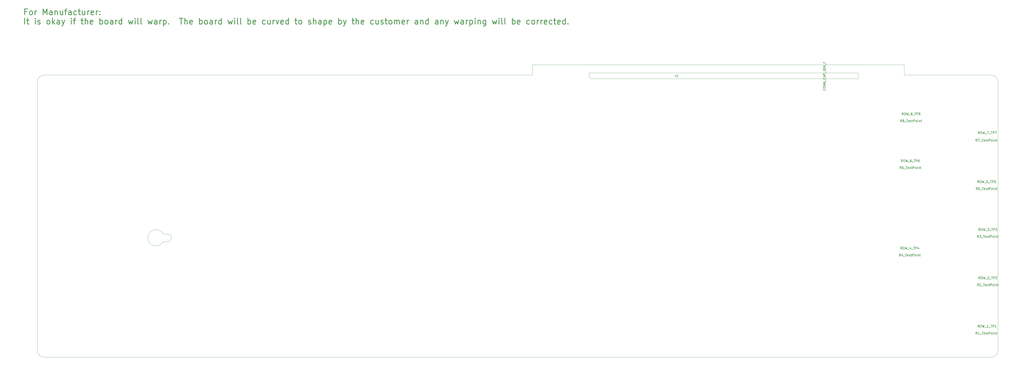
<source format=gbr>
%TF.GenerationSoftware,KiCad,Pcbnew,(5.99.0-12974-ge12f9a194d)*%
%TF.CreationDate,2021-10-29T16:05:09-04:00*%
%TF.ProjectId,FXTal_no_holes,46585461-6c5f-46e6-9f5f-686f6c65732e,rev?*%
%TF.SameCoordinates,PXe1237f8PYe7db780*%
%TF.FileFunction,AssemblyDrawing,Top*%
%FSLAX46Y46*%
G04 Gerber Fmt 4.6, Leading zero omitted, Abs format (unit mm)*
G04 Created by KiCad (PCBNEW (5.99.0-12974-ge12f9a194d)) date 2021-10-29 16:05:09*
%MOMM*%
%LPD*%
G01*
G04 APERTURE LIST*
%TA.AperFunction,Profile*%
%ADD10C,0.050000*%
%TD*%
%ADD11C,0.300000*%
%ADD12C,0.150000*%
%ADD13C,0.100000*%
G04 APERTURE END LIST*
D10*
X-191375000Y84870000D02*
X21625000Y84870000D01*
X-194375000Y-35130000D02*
X-194362680Y82141607D01*
X221575000Y-38130000D02*
X-191375000Y-38130000D01*
X224575000Y81870000D02*
X224575000Y-35130000D01*
X221575000Y84870000D02*
X183625000Y84870000D01*
X-135875000Y13920000D02*
G75*
G03*
X-137524996Y15570000I-1649999J1D01*
G01*
X-191375000Y84870000D02*
G75*
G03*
X-194362680Y82141607I1J-3000002D01*
G01*
X21625000Y89370000D02*
X183625000Y89370000D01*
X21625000Y84870000D02*
X21625000Y89370000D01*
X-137525000Y12270004D02*
X-139475001Y12270000D01*
X183625000Y89370000D02*
X183625000Y84870000D01*
X-137525000Y12270004D02*
G75*
G03*
X-135875000Y13920000I4J1649996D01*
G01*
X221575000Y-38130000D02*
G75*
G03*
X224575000Y-35130000I-1J3000001D01*
G01*
X-194375000Y-35130000D02*
G75*
G03*
X-191375000Y-38130000I3000001J1D01*
G01*
X224575000Y81870000D02*
G75*
G03*
X221575000Y84870000I-3000001J-1D01*
G01*
X-139475001Y15570000D02*
X-137524996Y15570000D01*
X-139475001Y15570000D02*
G75*
G03*
X-139475001Y12270000I-3149999J-1650000D01*
G01*
D11*
X-199028572Y112446129D02*
X-199875239Y112446129D01*
X-199875239Y111115653D02*
X-199875239Y113655653D01*
X-198665715Y113655653D01*
X-197335239Y111115653D02*
X-197577143Y111236605D01*
X-197698096Y111357558D01*
X-197819048Y111599462D01*
X-197819048Y112325177D01*
X-197698096Y112567081D01*
X-197577143Y112688034D01*
X-197335239Y112808986D01*
X-196972381Y112808986D01*
X-196730477Y112688034D01*
X-196609524Y112567081D01*
X-196488572Y112325177D01*
X-196488572Y111599462D01*
X-196609524Y111357558D01*
X-196730477Y111236605D01*
X-196972381Y111115653D01*
X-197335239Y111115653D01*
X-195400000Y111115653D02*
X-195400000Y112808986D01*
X-195400000Y112325177D02*
X-195279048Y112567081D01*
X-195158096Y112688034D01*
X-194916191Y112808986D01*
X-194674286Y112808986D01*
X-191892381Y111115653D02*
X-191892381Y113655653D01*
X-191045715Y111841367D01*
X-190199048Y113655653D01*
X-190199048Y111115653D01*
X-187900953Y111115653D02*
X-187900953Y112446129D01*
X-188021905Y112688034D01*
X-188263810Y112808986D01*
X-188747620Y112808986D01*
X-188989524Y112688034D01*
X-187900953Y111236605D02*
X-188142858Y111115653D01*
X-188747620Y111115653D01*
X-188989524Y111236605D01*
X-189110477Y111478510D01*
X-189110477Y111720415D01*
X-188989524Y111962320D01*
X-188747620Y112083272D01*
X-188142858Y112083272D01*
X-187900953Y112204224D01*
X-186691429Y112808986D02*
X-186691429Y111115653D01*
X-186691429Y112567081D02*
X-186570477Y112688034D01*
X-186328572Y112808986D01*
X-185965715Y112808986D01*
X-185723810Y112688034D01*
X-185602858Y112446129D01*
X-185602858Y111115653D01*
X-183304762Y112808986D02*
X-183304762Y111115653D01*
X-184393334Y112808986D02*
X-184393334Y111478510D01*
X-184272381Y111236605D01*
X-184030477Y111115653D01*
X-183667620Y111115653D01*
X-183425715Y111236605D01*
X-183304762Y111357558D01*
X-182458096Y112808986D02*
X-181490477Y112808986D01*
X-182095239Y111115653D02*
X-182095239Y113292796D01*
X-181974286Y113534700D01*
X-181732381Y113655653D01*
X-181490477Y113655653D01*
X-179555239Y111115653D02*
X-179555239Y112446129D01*
X-179676191Y112688034D01*
X-179918096Y112808986D01*
X-180401905Y112808986D01*
X-180643810Y112688034D01*
X-179555239Y111236605D02*
X-179797143Y111115653D01*
X-180401905Y111115653D01*
X-180643810Y111236605D01*
X-180764762Y111478510D01*
X-180764762Y111720415D01*
X-180643810Y111962320D01*
X-180401905Y112083272D01*
X-179797143Y112083272D01*
X-179555239Y112204224D01*
X-177257143Y111236605D02*
X-177499048Y111115653D01*
X-177982858Y111115653D01*
X-178224762Y111236605D01*
X-178345715Y111357558D01*
X-178466667Y111599462D01*
X-178466667Y112325177D01*
X-178345715Y112567081D01*
X-178224762Y112688034D01*
X-177982858Y112808986D01*
X-177499048Y112808986D01*
X-177257143Y112688034D01*
X-176531429Y112808986D02*
X-175563810Y112808986D01*
X-176168572Y113655653D02*
X-176168572Y111478510D01*
X-176047620Y111236605D01*
X-175805715Y111115653D01*
X-175563810Y111115653D01*
X-173628572Y112808986D02*
X-173628572Y111115653D01*
X-174717143Y112808986D02*
X-174717143Y111478510D01*
X-174596191Y111236605D01*
X-174354286Y111115653D01*
X-173991429Y111115653D01*
X-173749524Y111236605D01*
X-173628572Y111357558D01*
X-172419048Y111115653D02*
X-172419048Y112808986D01*
X-172419048Y112325177D02*
X-172298096Y112567081D01*
X-172177143Y112688034D01*
X-171935239Y112808986D01*
X-171693334Y112808986D01*
X-169879048Y111236605D02*
X-170120953Y111115653D01*
X-170604762Y111115653D01*
X-170846667Y111236605D01*
X-170967620Y111478510D01*
X-170967620Y112446129D01*
X-170846667Y112688034D01*
X-170604762Y112808986D01*
X-170120953Y112808986D01*
X-169879048Y112688034D01*
X-169758096Y112446129D01*
X-169758096Y112204224D01*
X-170967620Y111962320D01*
X-168669524Y111115653D02*
X-168669524Y112808986D01*
X-168669524Y112325177D02*
X-168548572Y112567081D01*
X-168427620Y112688034D01*
X-168185715Y112808986D01*
X-167943810Y112808986D01*
X-167097143Y111357558D02*
X-166976191Y111236605D01*
X-167097143Y111115653D01*
X-167218096Y111236605D01*
X-167097143Y111357558D01*
X-167097143Y111115653D01*
X-167097143Y112688034D02*
X-166976191Y112567081D01*
X-167097143Y112446129D01*
X-167218096Y112567081D01*
X-167097143Y112688034D01*
X-167097143Y112446129D01*
X-199875239Y107026253D02*
X-199875239Y109566253D01*
X-199028572Y108719586D02*
X-198060953Y108719586D01*
X-198665715Y109566253D02*
X-198665715Y107389110D01*
X-198544762Y107147205D01*
X-198302858Y107026253D01*
X-198060953Y107026253D01*
X-195279048Y107026253D02*
X-195279048Y108719586D01*
X-195279048Y109566253D02*
X-195400000Y109445300D01*
X-195279048Y109324348D01*
X-195158096Y109445300D01*
X-195279048Y109566253D01*
X-195279048Y109324348D01*
X-194190477Y107147205D02*
X-193948572Y107026253D01*
X-193464762Y107026253D01*
X-193222858Y107147205D01*
X-193101905Y107389110D01*
X-193101905Y107510062D01*
X-193222858Y107751967D01*
X-193464762Y107872920D01*
X-193827620Y107872920D01*
X-194069524Y107993872D01*
X-194190477Y108235777D01*
X-194190477Y108356729D01*
X-194069524Y108598634D01*
X-193827620Y108719586D01*
X-193464762Y108719586D01*
X-193222858Y108598634D01*
X-189715239Y107026253D02*
X-189957143Y107147205D01*
X-190078096Y107268158D01*
X-190199048Y107510062D01*
X-190199048Y108235777D01*
X-190078096Y108477681D01*
X-189957143Y108598634D01*
X-189715239Y108719586D01*
X-189352381Y108719586D01*
X-189110477Y108598634D01*
X-188989524Y108477681D01*
X-188868572Y108235777D01*
X-188868572Y107510062D01*
X-188989524Y107268158D01*
X-189110477Y107147205D01*
X-189352381Y107026253D01*
X-189715239Y107026253D01*
X-187780000Y107026253D02*
X-187780000Y109566253D01*
X-187538096Y107993872D02*
X-186812381Y107026253D01*
X-186812381Y108719586D02*
X-187780000Y107751967D01*
X-184635239Y107026253D02*
X-184635239Y108356729D01*
X-184756191Y108598634D01*
X-184998096Y108719586D01*
X-185481905Y108719586D01*
X-185723810Y108598634D01*
X-184635239Y107147205D02*
X-184877143Y107026253D01*
X-185481905Y107026253D01*
X-185723810Y107147205D01*
X-185844762Y107389110D01*
X-185844762Y107631015D01*
X-185723810Y107872920D01*
X-185481905Y107993872D01*
X-184877143Y107993872D01*
X-184635239Y108114824D01*
X-183667620Y108719586D02*
X-183062858Y107026253D01*
X-182458096Y108719586D02*
X-183062858Y107026253D01*
X-183304762Y106421491D01*
X-183425715Y106300539D01*
X-183667620Y106179586D01*
X-179555239Y107026253D02*
X-179555239Y108719586D01*
X-179555239Y109566253D02*
X-179676191Y109445300D01*
X-179555239Y109324348D01*
X-179434286Y109445300D01*
X-179555239Y109566253D01*
X-179555239Y109324348D01*
X-178708572Y108719586D02*
X-177740953Y108719586D01*
X-178345715Y107026253D02*
X-178345715Y109203396D01*
X-178224762Y109445300D01*
X-177982858Y109566253D01*
X-177740953Y109566253D01*
X-175321905Y108719586D02*
X-174354286Y108719586D01*
X-174959048Y109566253D02*
X-174959048Y107389110D01*
X-174838096Y107147205D01*
X-174596191Y107026253D01*
X-174354286Y107026253D01*
X-173507620Y107026253D02*
X-173507620Y109566253D01*
X-172419048Y107026253D02*
X-172419048Y108356729D01*
X-172540000Y108598634D01*
X-172781905Y108719586D01*
X-173144762Y108719586D01*
X-173386667Y108598634D01*
X-173507620Y108477681D01*
X-170241905Y107147205D02*
X-170483810Y107026253D01*
X-170967620Y107026253D01*
X-171209524Y107147205D01*
X-171330477Y107389110D01*
X-171330477Y108356729D01*
X-171209524Y108598634D01*
X-170967620Y108719586D01*
X-170483810Y108719586D01*
X-170241905Y108598634D01*
X-170120953Y108356729D01*
X-170120953Y108114824D01*
X-171330477Y107872920D01*
X-167097143Y107026253D02*
X-167097143Y109566253D01*
X-167097143Y108598634D02*
X-166855239Y108719586D01*
X-166371429Y108719586D01*
X-166129524Y108598634D01*
X-166008572Y108477681D01*
X-165887620Y108235777D01*
X-165887620Y107510062D01*
X-166008572Y107268158D01*
X-166129524Y107147205D01*
X-166371429Y107026253D01*
X-166855239Y107026253D01*
X-167097143Y107147205D01*
X-164436191Y107026253D02*
X-164678096Y107147205D01*
X-164799048Y107268158D01*
X-164920000Y107510062D01*
X-164920000Y108235777D01*
X-164799048Y108477681D01*
X-164678096Y108598634D01*
X-164436191Y108719586D01*
X-164073334Y108719586D01*
X-163831429Y108598634D01*
X-163710477Y108477681D01*
X-163589524Y108235777D01*
X-163589524Y107510062D01*
X-163710477Y107268158D01*
X-163831429Y107147205D01*
X-164073334Y107026253D01*
X-164436191Y107026253D01*
X-161412381Y107026253D02*
X-161412381Y108356729D01*
X-161533334Y108598634D01*
X-161775239Y108719586D01*
X-162259048Y108719586D01*
X-162500953Y108598634D01*
X-161412381Y107147205D02*
X-161654286Y107026253D01*
X-162259048Y107026253D01*
X-162500953Y107147205D01*
X-162621905Y107389110D01*
X-162621905Y107631015D01*
X-162500953Y107872920D01*
X-162259048Y107993872D01*
X-161654286Y107993872D01*
X-161412381Y108114824D01*
X-160202858Y107026253D02*
X-160202858Y108719586D01*
X-160202858Y108235777D02*
X-160081905Y108477681D01*
X-159960953Y108598634D01*
X-159719048Y108719586D01*
X-159477143Y108719586D01*
X-157541905Y107026253D02*
X-157541905Y109566253D01*
X-157541905Y107147205D02*
X-157783810Y107026253D01*
X-158267620Y107026253D01*
X-158509524Y107147205D01*
X-158630477Y107268158D01*
X-158751429Y107510062D01*
X-158751429Y108235777D01*
X-158630477Y108477681D01*
X-158509524Y108598634D01*
X-158267620Y108719586D01*
X-157783810Y108719586D01*
X-157541905Y108598634D01*
X-154639048Y108719586D02*
X-154155239Y107026253D01*
X-153671429Y108235777D01*
X-153187620Y107026253D01*
X-152703810Y108719586D01*
X-151736191Y107026253D02*
X-151736191Y108719586D01*
X-151736191Y109566253D02*
X-151857143Y109445300D01*
X-151736191Y109324348D01*
X-151615239Y109445300D01*
X-151736191Y109566253D01*
X-151736191Y109324348D01*
X-150163810Y107026253D02*
X-150405715Y107147205D01*
X-150526667Y107389110D01*
X-150526667Y109566253D01*
X-148833334Y107026253D02*
X-149075239Y107147205D01*
X-149196191Y107389110D01*
X-149196191Y109566253D01*
X-146172381Y108719586D02*
X-145688572Y107026253D01*
X-145204762Y108235777D01*
X-144720953Y107026253D01*
X-144237143Y108719586D01*
X-142180953Y107026253D02*
X-142180953Y108356729D01*
X-142301905Y108598634D01*
X-142543810Y108719586D01*
X-143027620Y108719586D01*
X-143269524Y108598634D01*
X-142180953Y107147205D02*
X-142422858Y107026253D01*
X-143027620Y107026253D01*
X-143269524Y107147205D01*
X-143390477Y107389110D01*
X-143390477Y107631015D01*
X-143269524Y107872920D01*
X-143027620Y107993872D01*
X-142422858Y107993872D01*
X-142180953Y108114824D01*
X-140971429Y107026253D02*
X-140971429Y108719586D01*
X-140971429Y108235777D02*
X-140850477Y108477681D01*
X-140729524Y108598634D01*
X-140487620Y108719586D01*
X-140245715Y108719586D01*
X-139399048Y108719586D02*
X-139399048Y106179586D01*
X-139399048Y108598634D02*
X-139157143Y108719586D01*
X-138673334Y108719586D01*
X-138431429Y108598634D01*
X-138310477Y108477681D01*
X-138189524Y108235777D01*
X-138189524Y107510062D01*
X-138310477Y107268158D01*
X-138431429Y107147205D01*
X-138673334Y107026253D01*
X-139157143Y107026253D01*
X-139399048Y107147205D01*
X-137100953Y107268158D02*
X-136980000Y107147205D01*
X-137100953Y107026253D01*
X-137221905Y107147205D01*
X-137100953Y107268158D01*
X-137100953Y107026253D01*
X-132383810Y109566253D02*
X-130932381Y109566253D01*
X-131658096Y107026253D02*
X-131658096Y109566253D01*
X-130085715Y107026253D02*
X-130085715Y109566253D01*
X-128997143Y107026253D02*
X-128997143Y108356729D01*
X-129118096Y108598634D01*
X-129360000Y108719586D01*
X-129722858Y108719586D01*
X-129964762Y108598634D01*
X-130085715Y108477681D01*
X-126820000Y107147205D02*
X-127061905Y107026253D01*
X-127545715Y107026253D01*
X-127787620Y107147205D01*
X-127908572Y107389110D01*
X-127908572Y108356729D01*
X-127787620Y108598634D01*
X-127545715Y108719586D01*
X-127061905Y108719586D01*
X-126820000Y108598634D01*
X-126699048Y108356729D01*
X-126699048Y108114824D01*
X-127908572Y107872920D01*
X-123675239Y107026253D02*
X-123675239Y109566253D01*
X-123675239Y108598634D02*
X-123433334Y108719586D01*
X-122949524Y108719586D01*
X-122707620Y108598634D01*
X-122586667Y108477681D01*
X-122465715Y108235777D01*
X-122465715Y107510062D01*
X-122586667Y107268158D01*
X-122707620Y107147205D01*
X-122949524Y107026253D01*
X-123433334Y107026253D01*
X-123675239Y107147205D01*
X-121014286Y107026253D02*
X-121256191Y107147205D01*
X-121377143Y107268158D01*
X-121498096Y107510062D01*
X-121498096Y108235777D01*
X-121377143Y108477681D01*
X-121256191Y108598634D01*
X-121014286Y108719586D01*
X-120651429Y108719586D01*
X-120409524Y108598634D01*
X-120288572Y108477681D01*
X-120167620Y108235777D01*
X-120167620Y107510062D01*
X-120288572Y107268158D01*
X-120409524Y107147205D01*
X-120651429Y107026253D01*
X-121014286Y107026253D01*
X-117990477Y107026253D02*
X-117990477Y108356729D01*
X-118111429Y108598634D01*
X-118353334Y108719586D01*
X-118837143Y108719586D01*
X-119079048Y108598634D01*
X-117990477Y107147205D02*
X-118232381Y107026253D01*
X-118837143Y107026253D01*
X-119079048Y107147205D01*
X-119200000Y107389110D01*
X-119200000Y107631015D01*
X-119079048Y107872920D01*
X-118837143Y107993872D01*
X-118232381Y107993872D01*
X-117990477Y108114824D01*
X-116780953Y107026253D02*
X-116780953Y108719586D01*
X-116780953Y108235777D02*
X-116660000Y108477681D01*
X-116539048Y108598634D01*
X-116297143Y108719586D01*
X-116055239Y108719586D01*
X-114120000Y107026253D02*
X-114120000Y109566253D01*
X-114120000Y107147205D02*
X-114361905Y107026253D01*
X-114845715Y107026253D01*
X-115087620Y107147205D01*
X-115208572Y107268158D01*
X-115329524Y107510062D01*
X-115329524Y108235777D01*
X-115208572Y108477681D01*
X-115087620Y108598634D01*
X-114845715Y108719586D01*
X-114361905Y108719586D01*
X-114120000Y108598634D01*
X-111217143Y108719586D02*
X-110733334Y107026253D01*
X-110249524Y108235777D01*
X-109765715Y107026253D01*
X-109281905Y108719586D01*
X-108314286Y107026253D02*
X-108314286Y108719586D01*
X-108314286Y109566253D02*
X-108435239Y109445300D01*
X-108314286Y109324348D01*
X-108193334Y109445300D01*
X-108314286Y109566253D01*
X-108314286Y109324348D01*
X-106741905Y107026253D02*
X-106983810Y107147205D01*
X-107104762Y107389110D01*
X-107104762Y109566253D01*
X-105411429Y107026253D02*
X-105653334Y107147205D01*
X-105774286Y107389110D01*
X-105774286Y109566253D01*
X-102508572Y107026253D02*
X-102508572Y109566253D01*
X-102508572Y108598634D02*
X-102266667Y108719586D01*
X-101782858Y108719586D01*
X-101540953Y108598634D01*
X-101420000Y108477681D01*
X-101299048Y108235777D01*
X-101299048Y107510062D01*
X-101420000Y107268158D01*
X-101540953Y107147205D01*
X-101782858Y107026253D01*
X-102266667Y107026253D01*
X-102508572Y107147205D01*
X-99242858Y107147205D02*
X-99484762Y107026253D01*
X-99968572Y107026253D01*
X-100210477Y107147205D01*
X-100331429Y107389110D01*
X-100331429Y108356729D01*
X-100210477Y108598634D01*
X-99968572Y108719586D01*
X-99484762Y108719586D01*
X-99242858Y108598634D01*
X-99121905Y108356729D01*
X-99121905Y108114824D01*
X-100331429Y107872920D01*
X-95009524Y107147205D02*
X-95251429Y107026253D01*
X-95735239Y107026253D01*
X-95977143Y107147205D01*
X-96098096Y107268158D01*
X-96219048Y107510062D01*
X-96219048Y108235777D01*
X-96098096Y108477681D01*
X-95977143Y108598634D01*
X-95735239Y108719586D01*
X-95251429Y108719586D01*
X-95009524Y108598634D01*
X-92832381Y108719586D02*
X-92832381Y107026253D01*
X-93920953Y108719586D02*
X-93920953Y107389110D01*
X-93800000Y107147205D01*
X-93558096Y107026253D01*
X-93195239Y107026253D01*
X-92953334Y107147205D01*
X-92832381Y107268158D01*
X-91622858Y107026253D02*
X-91622858Y108719586D01*
X-91622858Y108235777D02*
X-91501905Y108477681D01*
X-91380953Y108598634D01*
X-91139048Y108719586D01*
X-90897143Y108719586D01*
X-90292381Y108719586D02*
X-89687620Y107026253D01*
X-89082858Y108719586D01*
X-87147620Y107147205D02*
X-87389524Y107026253D01*
X-87873334Y107026253D01*
X-88115239Y107147205D01*
X-88236191Y107389110D01*
X-88236191Y108356729D01*
X-88115239Y108598634D01*
X-87873334Y108719586D01*
X-87389524Y108719586D01*
X-87147620Y108598634D01*
X-87026667Y108356729D01*
X-87026667Y108114824D01*
X-88236191Y107872920D01*
X-84849524Y107026253D02*
X-84849524Y109566253D01*
X-84849524Y107147205D02*
X-85091429Y107026253D01*
X-85575239Y107026253D01*
X-85817143Y107147205D01*
X-85938096Y107268158D01*
X-86059048Y107510062D01*
X-86059048Y108235777D01*
X-85938096Y108477681D01*
X-85817143Y108598634D01*
X-85575239Y108719586D01*
X-85091429Y108719586D01*
X-84849524Y108598634D01*
X-82067620Y108719586D02*
X-81100001Y108719586D01*
X-81704762Y109566253D02*
X-81704762Y107389110D01*
X-81583810Y107147205D01*
X-81341905Y107026253D01*
X-81100001Y107026253D01*
X-79890477Y107026253D02*
X-80132381Y107147205D01*
X-80253334Y107268158D01*
X-80374286Y107510062D01*
X-80374286Y108235777D01*
X-80253334Y108477681D01*
X-80132381Y108598634D01*
X-79890477Y108719586D01*
X-79527620Y108719586D01*
X-79285715Y108598634D01*
X-79164762Y108477681D01*
X-79043810Y108235777D01*
X-79043810Y107510062D01*
X-79164762Y107268158D01*
X-79285715Y107147205D01*
X-79527620Y107026253D01*
X-79890477Y107026253D01*
X-76140953Y107147205D02*
X-75899048Y107026253D01*
X-75415239Y107026253D01*
X-75173334Y107147205D01*
X-75052381Y107389110D01*
X-75052381Y107510062D01*
X-75173334Y107751967D01*
X-75415239Y107872920D01*
X-75778096Y107872920D01*
X-76020001Y107993872D01*
X-76140953Y108235777D01*
X-76140953Y108356729D01*
X-76020001Y108598634D01*
X-75778096Y108719586D01*
X-75415239Y108719586D01*
X-75173334Y108598634D01*
X-73963810Y107026253D02*
X-73963810Y109566253D01*
X-72875239Y107026253D02*
X-72875239Y108356729D01*
X-72996191Y108598634D01*
X-73238096Y108719586D01*
X-73600953Y108719586D01*
X-73842858Y108598634D01*
X-73963810Y108477681D01*
X-70577143Y107026253D02*
X-70577143Y108356729D01*
X-70698096Y108598634D01*
X-70940001Y108719586D01*
X-71423810Y108719586D01*
X-71665715Y108598634D01*
X-70577143Y107147205D02*
X-70819048Y107026253D01*
X-71423810Y107026253D01*
X-71665715Y107147205D01*
X-71786667Y107389110D01*
X-71786667Y107631015D01*
X-71665715Y107872920D01*
X-71423810Y107993872D01*
X-70819048Y107993872D01*
X-70577143Y108114824D01*
X-69367620Y108719586D02*
X-69367620Y106179586D01*
X-69367620Y108598634D02*
X-69125715Y108719586D01*
X-68641905Y108719586D01*
X-68400001Y108598634D01*
X-68279048Y108477681D01*
X-68158096Y108235777D01*
X-68158096Y107510062D01*
X-68279048Y107268158D01*
X-68400001Y107147205D01*
X-68641905Y107026253D01*
X-69125715Y107026253D01*
X-69367620Y107147205D01*
X-66101905Y107147205D02*
X-66343810Y107026253D01*
X-66827620Y107026253D01*
X-67069524Y107147205D01*
X-67190477Y107389110D01*
X-67190477Y108356729D01*
X-67069524Y108598634D01*
X-66827620Y108719586D01*
X-66343810Y108719586D01*
X-66101905Y108598634D01*
X-65980953Y108356729D01*
X-65980953Y108114824D01*
X-67190477Y107872920D01*
X-62957143Y107026253D02*
X-62957143Y109566253D01*
X-62957143Y108598634D02*
X-62715239Y108719586D01*
X-62231429Y108719586D01*
X-61989524Y108598634D01*
X-61868572Y108477681D01*
X-61747620Y108235777D01*
X-61747620Y107510062D01*
X-61868572Y107268158D01*
X-61989524Y107147205D01*
X-62231429Y107026253D01*
X-62715239Y107026253D01*
X-62957143Y107147205D01*
X-60900953Y108719586D02*
X-60296191Y107026253D01*
X-59691429Y108719586D02*
X-60296191Y107026253D01*
X-60538096Y106421491D01*
X-60659048Y106300539D01*
X-60900953Y106179586D01*
X-57151429Y108719586D02*
X-56183810Y108719586D01*
X-56788572Y109566253D02*
X-56788572Y107389110D01*
X-56667620Y107147205D01*
X-56425715Y107026253D01*
X-56183810Y107026253D01*
X-55337143Y107026253D02*
X-55337143Y109566253D01*
X-54248572Y107026253D02*
X-54248572Y108356729D01*
X-54369524Y108598634D01*
X-54611429Y108719586D01*
X-54974286Y108719586D01*
X-55216191Y108598634D01*
X-55337143Y108477681D01*
X-52071429Y107147205D02*
X-52313334Y107026253D01*
X-52797143Y107026253D01*
X-53039048Y107147205D01*
X-53160001Y107389110D01*
X-53160001Y108356729D01*
X-53039048Y108598634D01*
X-52797143Y108719586D01*
X-52313334Y108719586D01*
X-52071429Y108598634D01*
X-51950477Y108356729D01*
X-51950477Y108114824D01*
X-53160001Y107872920D01*
X-47838096Y107147205D02*
X-48080001Y107026253D01*
X-48563810Y107026253D01*
X-48805715Y107147205D01*
X-48926667Y107268158D01*
X-49047620Y107510062D01*
X-49047620Y108235777D01*
X-48926667Y108477681D01*
X-48805715Y108598634D01*
X-48563810Y108719586D01*
X-48080001Y108719586D01*
X-47838096Y108598634D01*
X-45660953Y108719586D02*
X-45660953Y107026253D01*
X-46749524Y108719586D02*
X-46749524Y107389110D01*
X-46628572Y107147205D01*
X-46386667Y107026253D01*
X-46023810Y107026253D01*
X-45781905Y107147205D01*
X-45660953Y107268158D01*
X-44572381Y107147205D02*
X-44330477Y107026253D01*
X-43846667Y107026253D01*
X-43604762Y107147205D01*
X-43483810Y107389110D01*
X-43483810Y107510062D01*
X-43604762Y107751967D01*
X-43846667Y107872920D01*
X-44209524Y107872920D01*
X-44451429Y107993872D01*
X-44572381Y108235777D01*
X-44572381Y108356729D01*
X-44451429Y108598634D01*
X-44209524Y108719586D01*
X-43846667Y108719586D01*
X-43604762Y108598634D01*
X-42758096Y108719586D02*
X-41790477Y108719586D01*
X-42395239Y109566253D02*
X-42395239Y107389110D01*
X-42274286Y107147205D01*
X-42032381Y107026253D01*
X-41790477Y107026253D01*
X-40580953Y107026253D02*
X-40822858Y107147205D01*
X-40943810Y107268158D01*
X-41064762Y107510062D01*
X-41064762Y108235777D01*
X-40943810Y108477681D01*
X-40822858Y108598634D01*
X-40580953Y108719586D01*
X-40218096Y108719586D01*
X-39976191Y108598634D01*
X-39855239Y108477681D01*
X-39734286Y108235777D01*
X-39734286Y107510062D01*
X-39855239Y107268158D01*
X-39976191Y107147205D01*
X-40218096Y107026253D01*
X-40580953Y107026253D01*
X-38645715Y107026253D02*
X-38645715Y108719586D01*
X-38645715Y108477681D02*
X-38524762Y108598634D01*
X-38282858Y108719586D01*
X-37920001Y108719586D01*
X-37678096Y108598634D01*
X-37557143Y108356729D01*
X-37557143Y107026253D01*
X-37557143Y108356729D02*
X-37436191Y108598634D01*
X-37194286Y108719586D01*
X-36831429Y108719586D01*
X-36589524Y108598634D01*
X-36468572Y108356729D01*
X-36468572Y107026253D01*
X-34291429Y107147205D02*
X-34533334Y107026253D01*
X-35017143Y107026253D01*
X-35259048Y107147205D01*
X-35380001Y107389110D01*
X-35380001Y108356729D01*
X-35259048Y108598634D01*
X-35017143Y108719586D01*
X-34533334Y108719586D01*
X-34291429Y108598634D01*
X-34170477Y108356729D01*
X-34170477Y108114824D01*
X-35380001Y107872920D01*
X-33081905Y107026253D02*
X-33081905Y108719586D01*
X-33081905Y108235777D02*
X-32960953Y108477681D01*
X-32840001Y108598634D01*
X-32598096Y108719586D01*
X-32356191Y108719586D01*
X-28485715Y107026253D02*
X-28485715Y108356729D01*
X-28606667Y108598634D01*
X-28848572Y108719586D01*
X-29332381Y108719586D01*
X-29574286Y108598634D01*
X-28485715Y107147205D02*
X-28727620Y107026253D01*
X-29332381Y107026253D01*
X-29574286Y107147205D01*
X-29695239Y107389110D01*
X-29695239Y107631015D01*
X-29574286Y107872920D01*
X-29332381Y107993872D01*
X-28727620Y107993872D01*
X-28485715Y108114824D01*
X-27276191Y108719586D02*
X-27276191Y107026253D01*
X-27276191Y108477681D02*
X-27155239Y108598634D01*
X-26913334Y108719586D01*
X-26550477Y108719586D01*
X-26308572Y108598634D01*
X-26187620Y108356729D01*
X-26187620Y107026253D01*
X-23889524Y107026253D02*
X-23889524Y109566253D01*
X-23889524Y107147205D02*
X-24131429Y107026253D01*
X-24615239Y107026253D01*
X-24857143Y107147205D01*
X-24978096Y107268158D01*
X-25099048Y107510062D01*
X-25099048Y108235777D01*
X-24978096Y108477681D01*
X-24857143Y108598634D01*
X-24615239Y108719586D01*
X-24131429Y108719586D01*
X-23889524Y108598634D01*
X-19656191Y107026253D02*
X-19656191Y108356729D01*
X-19777143Y108598634D01*
X-20019048Y108719586D01*
X-20502858Y108719586D01*
X-20744762Y108598634D01*
X-19656191Y107147205D02*
X-19898096Y107026253D01*
X-20502858Y107026253D01*
X-20744762Y107147205D01*
X-20865715Y107389110D01*
X-20865715Y107631015D01*
X-20744762Y107872920D01*
X-20502858Y107993872D01*
X-19898096Y107993872D01*
X-19656191Y108114824D01*
X-18446667Y108719586D02*
X-18446667Y107026253D01*
X-18446667Y108477681D02*
X-18325715Y108598634D01*
X-18083810Y108719586D01*
X-17720953Y108719586D01*
X-17479048Y108598634D01*
X-17358096Y108356729D01*
X-17358096Y107026253D01*
X-16390477Y108719586D02*
X-15785715Y107026253D01*
X-15180953Y108719586D02*
X-15785715Y107026253D01*
X-16027620Y106421491D01*
X-16148572Y106300539D01*
X-16390477Y106179586D01*
X-12520001Y108719586D02*
X-12036191Y107026253D01*
X-11552381Y108235777D01*
X-11068572Y107026253D01*
X-10584762Y108719586D01*
X-8528572Y107026253D02*
X-8528572Y108356729D01*
X-8649524Y108598634D01*
X-8891429Y108719586D01*
X-9375239Y108719586D01*
X-9617143Y108598634D01*
X-8528572Y107147205D02*
X-8770477Y107026253D01*
X-9375239Y107026253D01*
X-9617143Y107147205D01*
X-9738096Y107389110D01*
X-9738096Y107631015D01*
X-9617143Y107872920D01*
X-9375239Y107993872D01*
X-8770477Y107993872D01*
X-8528572Y108114824D01*
X-7319048Y107026253D02*
X-7319048Y108719586D01*
X-7319048Y108235777D02*
X-7198096Y108477681D01*
X-7077143Y108598634D01*
X-6835239Y108719586D01*
X-6593334Y108719586D01*
X-5746667Y108719586D02*
X-5746667Y106179586D01*
X-5746667Y108598634D02*
X-5504762Y108719586D01*
X-5020953Y108719586D01*
X-4779048Y108598634D01*
X-4658096Y108477681D01*
X-4537143Y108235777D01*
X-4537143Y107510062D01*
X-4658096Y107268158D01*
X-4779048Y107147205D01*
X-5020953Y107026253D01*
X-5504762Y107026253D01*
X-5746667Y107147205D01*
X-3448572Y107026253D02*
X-3448572Y108719586D01*
X-3448572Y109566253D02*
X-3569524Y109445300D01*
X-3448572Y109324348D01*
X-3327620Y109445300D01*
X-3448572Y109566253D01*
X-3448572Y109324348D01*
X-2239048Y108719586D02*
X-2239048Y107026253D01*
X-2239048Y108477681D02*
X-2118096Y108598634D01*
X-1876191Y108719586D01*
X-1513334Y108719586D01*
X-1271429Y108598634D01*
X-1150477Y108356729D01*
X-1150477Y107026253D01*
X1147619Y108719586D02*
X1147619Y106663396D01*
X1026666Y106421491D01*
X905714Y106300539D01*
X663809Y106179586D01*
X300952Y106179586D01*
X59047Y106300539D01*
X1147619Y107147205D02*
X905714Y107026253D01*
X421904Y107026253D01*
X179999Y107147205D01*
X59047Y107268158D01*
X-61905Y107510062D01*
X-61905Y108235777D01*
X59047Y108477681D01*
X179999Y108598634D01*
X421904Y108719586D01*
X905714Y108719586D01*
X1147619Y108598634D01*
X4050476Y108719586D02*
X4534285Y107026253D01*
X5018095Y108235777D01*
X5501904Y107026253D01*
X5985714Y108719586D01*
X6953333Y107026253D02*
X6953333Y108719586D01*
X6953333Y109566253D02*
X6832380Y109445300D01*
X6953333Y109324348D01*
X7074285Y109445300D01*
X6953333Y109566253D01*
X6953333Y109324348D01*
X8525714Y107026253D02*
X8283809Y107147205D01*
X8162857Y107389110D01*
X8162857Y109566253D01*
X9856190Y107026253D02*
X9614285Y107147205D01*
X9493333Y107389110D01*
X9493333Y109566253D01*
X12759047Y107026253D02*
X12759047Y109566253D01*
X12759047Y108598634D02*
X13000952Y108719586D01*
X13484761Y108719586D01*
X13726666Y108598634D01*
X13847619Y108477681D01*
X13968571Y108235777D01*
X13968571Y107510062D01*
X13847619Y107268158D01*
X13726666Y107147205D01*
X13484761Y107026253D01*
X13000952Y107026253D01*
X12759047Y107147205D01*
X16024761Y107147205D02*
X15782857Y107026253D01*
X15299047Y107026253D01*
X15057142Y107147205D01*
X14936190Y107389110D01*
X14936190Y108356729D01*
X15057142Y108598634D01*
X15299047Y108719586D01*
X15782857Y108719586D01*
X16024761Y108598634D01*
X16145714Y108356729D01*
X16145714Y108114824D01*
X14936190Y107872920D01*
X20258095Y107147205D02*
X20016190Y107026253D01*
X19532380Y107026253D01*
X19290476Y107147205D01*
X19169523Y107268158D01*
X19048571Y107510062D01*
X19048571Y108235777D01*
X19169523Y108477681D01*
X19290476Y108598634D01*
X19532380Y108719586D01*
X20016190Y108719586D01*
X20258095Y108598634D01*
X21709523Y107026253D02*
X21467619Y107147205D01*
X21346666Y107268158D01*
X21225714Y107510062D01*
X21225714Y108235777D01*
X21346666Y108477681D01*
X21467619Y108598634D01*
X21709523Y108719586D01*
X22072380Y108719586D01*
X22314285Y108598634D01*
X22435238Y108477681D01*
X22556190Y108235777D01*
X22556190Y107510062D01*
X22435238Y107268158D01*
X22314285Y107147205D01*
X22072380Y107026253D01*
X21709523Y107026253D01*
X23644761Y107026253D02*
X23644761Y108719586D01*
X23644761Y108235777D02*
X23765714Y108477681D01*
X23886666Y108598634D01*
X24128571Y108719586D01*
X24370476Y108719586D01*
X25217142Y107026253D02*
X25217142Y108719586D01*
X25217142Y108235777D02*
X25338095Y108477681D01*
X25459047Y108598634D01*
X25700952Y108719586D01*
X25942857Y108719586D01*
X27757142Y107147205D02*
X27515238Y107026253D01*
X27031428Y107026253D01*
X26789523Y107147205D01*
X26668571Y107389110D01*
X26668571Y108356729D01*
X26789523Y108598634D01*
X27031428Y108719586D01*
X27515238Y108719586D01*
X27757142Y108598634D01*
X27878095Y108356729D01*
X27878095Y108114824D01*
X26668571Y107872920D01*
X30055238Y107147205D02*
X29813333Y107026253D01*
X29329523Y107026253D01*
X29087619Y107147205D01*
X28966666Y107268158D01*
X28845714Y107510062D01*
X28845714Y108235777D01*
X28966666Y108477681D01*
X29087619Y108598634D01*
X29329523Y108719586D01*
X29813333Y108719586D01*
X30055238Y108598634D01*
X30780952Y108719586D02*
X31748571Y108719586D01*
X31143809Y109566253D02*
X31143809Y107389110D01*
X31264761Y107147205D01*
X31506666Y107026253D01*
X31748571Y107026253D01*
X33562857Y107147205D02*
X33320952Y107026253D01*
X32837142Y107026253D01*
X32595238Y107147205D01*
X32474285Y107389110D01*
X32474285Y108356729D01*
X32595238Y108598634D01*
X32837142Y108719586D01*
X33320952Y108719586D01*
X33562857Y108598634D01*
X33683809Y108356729D01*
X33683809Y108114824D01*
X32474285Y107872920D01*
X35860952Y107026253D02*
X35860952Y109566253D01*
X35860952Y107147205D02*
X35619047Y107026253D01*
X35135238Y107026253D01*
X34893333Y107147205D01*
X34772380Y107268158D01*
X34651428Y107510062D01*
X34651428Y108235777D01*
X34772380Y108477681D01*
X34893333Y108598634D01*
X35135238Y108719586D01*
X35619047Y108719586D01*
X35860952Y108598634D01*
X37070476Y107268158D02*
X37191428Y107147205D01*
X37070476Y107026253D01*
X36949523Y107147205D01*
X37070476Y107268158D01*
X37070476Y107026253D01*
D12*
%TO.C,J1*%
X149222142Y78753572D02*
X149269761Y78705953D01*
X149317380Y78563096D01*
X149317380Y78467858D01*
X149269761Y78325000D01*
X149174523Y78229762D01*
X149079285Y78182143D01*
X148888809Y78134524D01*
X148745952Y78134524D01*
X148555476Y78182143D01*
X148460238Y78229762D01*
X148365000Y78325000D01*
X148317380Y78467858D01*
X148317380Y78563096D01*
X148365000Y78705953D01*
X148412619Y78753572D01*
X148317380Y79372620D02*
X148317380Y79563096D01*
X148365000Y79658334D01*
X148460238Y79753572D01*
X148650714Y79801191D01*
X148984047Y79801191D01*
X149174523Y79753572D01*
X149269761Y79658334D01*
X149317380Y79563096D01*
X149317380Y79372620D01*
X149269761Y79277381D01*
X149174523Y79182143D01*
X148984047Y79134524D01*
X148650714Y79134524D01*
X148460238Y79182143D01*
X148365000Y79277381D01*
X148317380Y79372620D01*
X149317380Y80229762D02*
X148317380Y80229762D01*
X149317380Y80801191D01*
X148317380Y80801191D01*
X149317380Y81277381D02*
X148317380Y81277381D01*
X149317380Y81848810D01*
X148317380Y81848810D01*
X149412619Y82086905D02*
X149412619Y82848810D01*
X149222142Y83658334D02*
X149269761Y83610715D01*
X149317380Y83467858D01*
X149317380Y83372620D01*
X149269761Y83229762D01*
X149174523Y83134524D01*
X149079285Y83086905D01*
X148888809Y83039286D01*
X148745952Y83039286D01*
X148555476Y83086905D01*
X148460238Y83134524D01*
X148365000Y83229762D01*
X148317380Y83372620D01*
X148317380Y83467858D01*
X148365000Y83610715D01*
X148412619Y83658334D01*
X149031666Y84039286D02*
X149031666Y84515477D01*
X149317380Y83944048D02*
X148317380Y84277381D01*
X149317380Y84610715D01*
X149317380Y84944048D02*
X148317380Y84944048D01*
X148317380Y85325000D01*
X148365000Y85420239D01*
X148412619Y85467858D01*
X148507857Y85515477D01*
X148650714Y85515477D01*
X148745952Y85467858D01*
X148793571Y85420239D01*
X148841190Y85325000D01*
X148841190Y84944048D01*
X149412619Y85705953D02*
X149412619Y86467858D01*
X149317380Y86705953D02*
X148317380Y86705953D01*
X148793571Y87515477D02*
X148841190Y87658334D01*
X148888809Y87705953D01*
X148984047Y87753572D01*
X149126904Y87753572D01*
X149222142Y87705953D01*
X149269761Y87658334D01*
X149317380Y87563096D01*
X149317380Y87182143D01*
X148317380Y87182143D01*
X148317380Y87515477D01*
X148365000Y87610715D01*
X148412619Y87658334D01*
X148507857Y87705953D01*
X148603095Y87705953D01*
X148698333Y87658334D01*
X148745952Y87610715D01*
X148793571Y87515477D01*
X148793571Y87182143D01*
X149317380Y88182143D02*
X148317380Y88182143D01*
X149031666Y88515477D01*
X148317380Y88848810D01*
X149317380Y88848810D01*
X149412619Y89086905D02*
X149412619Y89848810D01*
X148793571Y90420239D02*
X148793571Y90086905D01*
X149317380Y90086905D02*
X148317380Y90086905D01*
X148317380Y90563096D01*
X83981666Y85067620D02*
X83981666Y84353334D01*
X83934047Y84210477D01*
X83838809Y84115239D01*
X83695952Y84067620D01*
X83600714Y84067620D01*
X84981666Y84067620D02*
X84410238Y84067620D01*
X84695952Y84067620D02*
X84695952Y85067620D01*
X84600714Y84924762D01*
X84505476Y84829524D01*
X84410238Y84781905D01*
%TO.C,ROW_1_TP1*%
X215498809Y-28122380D02*
X215165476Y-27646190D01*
X214927380Y-28122380D02*
X214927380Y-27122380D01*
X215308333Y-27122380D01*
X215403571Y-27170000D01*
X215451190Y-27217619D01*
X215498809Y-27312857D01*
X215498809Y-27455714D01*
X215451190Y-27550952D01*
X215403571Y-27598571D01*
X215308333Y-27646190D01*
X214927380Y-27646190D01*
X216451190Y-28122380D02*
X215879761Y-28122380D01*
X216165476Y-28122380D02*
X216165476Y-27122380D01*
X216070238Y-27265238D01*
X215975000Y-27360476D01*
X215879761Y-27408095D01*
X216641666Y-28217619D02*
X217403571Y-28217619D01*
X217498809Y-27122380D02*
X218070238Y-27122380D01*
X217784523Y-28122380D02*
X217784523Y-27122380D01*
X218784523Y-28074761D02*
X218689285Y-28122380D01*
X218498809Y-28122380D01*
X218403571Y-28074761D01*
X218355952Y-27979523D01*
X218355952Y-27598571D01*
X218403571Y-27503333D01*
X218498809Y-27455714D01*
X218689285Y-27455714D01*
X218784523Y-27503333D01*
X218832142Y-27598571D01*
X218832142Y-27693809D01*
X218355952Y-27789047D01*
X219213095Y-28074761D02*
X219308333Y-28122380D01*
X219498809Y-28122380D01*
X219594047Y-28074761D01*
X219641666Y-27979523D01*
X219641666Y-27931904D01*
X219594047Y-27836666D01*
X219498809Y-27789047D01*
X219355952Y-27789047D01*
X219260714Y-27741428D01*
X219213095Y-27646190D01*
X219213095Y-27598571D01*
X219260714Y-27503333D01*
X219355952Y-27455714D01*
X219498809Y-27455714D01*
X219594047Y-27503333D01*
X219927380Y-27455714D02*
X220308333Y-27455714D01*
X220070238Y-27122380D02*
X220070238Y-27979523D01*
X220117857Y-28074761D01*
X220213095Y-28122380D01*
X220308333Y-28122380D01*
X220641666Y-28122380D02*
X220641666Y-27122380D01*
X221022619Y-27122380D01*
X221117857Y-27170000D01*
X221165476Y-27217619D01*
X221213095Y-27312857D01*
X221213095Y-27455714D01*
X221165476Y-27550952D01*
X221117857Y-27598571D01*
X221022619Y-27646190D01*
X220641666Y-27646190D01*
X221784523Y-28122380D02*
X221689285Y-28074761D01*
X221641666Y-28027142D01*
X221594047Y-27931904D01*
X221594047Y-27646190D01*
X221641666Y-27550952D01*
X221689285Y-27503333D01*
X221784523Y-27455714D01*
X221927380Y-27455714D01*
X222022619Y-27503333D01*
X222070238Y-27550952D01*
X222117857Y-27646190D01*
X222117857Y-27931904D01*
X222070238Y-28027142D01*
X222022619Y-28074761D01*
X221927380Y-28122380D01*
X221784523Y-28122380D01*
X222546428Y-28122380D02*
X222546428Y-27455714D01*
X222546428Y-27122380D02*
X222498809Y-27170000D01*
X222546428Y-27217619D01*
X222594047Y-27170000D01*
X222546428Y-27122380D01*
X222546428Y-27217619D01*
X223022619Y-27455714D02*
X223022619Y-28122380D01*
X223022619Y-27550952D02*
X223070238Y-27503333D01*
X223165476Y-27455714D01*
X223308333Y-27455714D01*
X223403571Y-27503333D01*
X223451190Y-27598571D01*
X223451190Y-28122380D01*
X223784523Y-27455714D02*
X224165476Y-27455714D01*
X223927380Y-27122380D02*
X223927380Y-27979523D01*
X223975000Y-28074761D01*
X224070238Y-28122380D01*
X224165476Y-28122380D01*
X216394047Y-25080380D02*
X216060714Y-24604190D01*
X215822619Y-25080380D02*
X215822619Y-24080380D01*
X216203571Y-24080380D01*
X216298809Y-24128000D01*
X216346428Y-24175619D01*
X216394047Y-24270857D01*
X216394047Y-24413714D01*
X216346428Y-24508952D01*
X216298809Y-24556571D01*
X216203571Y-24604190D01*
X215822619Y-24604190D01*
X217013095Y-24080380D02*
X217203571Y-24080380D01*
X217298809Y-24128000D01*
X217394047Y-24223238D01*
X217441666Y-24413714D01*
X217441666Y-24747047D01*
X217394047Y-24937523D01*
X217298809Y-25032761D01*
X217203571Y-25080380D01*
X217013095Y-25080380D01*
X216917857Y-25032761D01*
X216822619Y-24937523D01*
X216775000Y-24747047D01*
X216775000Y-24413714D01*
X216822619Y-24223238D01*
X216917857Y-24128000D01*
X217013095Y-24080380D01*
X217775000Y-24080380D02*
X218013095Y-25080380D01*
X218203571Y-24366095D01*
X218394047Y-25080380D01*
X218632142Y-24080380D01*
X218775000Y-25175619D02*
X219536904Y-25175619D01*
X220298809Y-25080380D02*
X219727380Y-25080380D01*
X220013095Y-25080380D02*
X220013095Y-24080380D01*
X219917857Y-24223238D01*
X219822619Y-24318476D01*
X219727380Y-24366095D01*
X220489285Y-25175619D02*
X221251190Y-25175619D01*
X221346428Y-24080380D02*
X221917857Y-24080380D01*
X221632142Y-25080380D02*
X221632142Y-24080380D01*
X222251190Y-25080380D02*
X222251190Y-24080380D01*
X222632142Y-24080380D01*
X222727380Y-24128000D01*
X222775000Y-24175619D01*
X222822619Y-24270857D01*
X222822619Y-24413714D01*
X222775000Y-24508952D01*
X222727380Y-24556571D01*
X222632142Y-24604190D01*
X222251190Y-24604190D01*
X223775000Y-25080380D02*
X223203571Y-25080380D01*
X223489285Y-25080380D02*
X223489285Y-24080380D01*
X223394047Y-24223238D01*
X223298809Y-24318476D01*
X223203571Y-24366095D01*
%TO.C,ROW_2_TP2*%
X216132809Y-7040380D02*
X215799476Y-6564190D01*
X215561380Y-7040380D02*
X215561380Y-6040380D01*
X215942333Y-6040380D01*
X216037571Y-6088000D01*
X216085190Y-6135619D01*
X216132809Y-6230857D01*
X216132809Y-6373714D01*
X216085190Y-6468952D01*
X216037571Y-6516571D01*
X215942333Y-6564190D01*
X215561380Y-6564190D01*
X216513761Y-6135619D02*
X216561380Y-6088000D01*
X216656619Y-6040380D01*
X216894714Y-6040380D01*
X216989952Y-6088000D01*
X217037571Y-6135619D01*
X217085190Y-6230857D01*
X217085190Y-6326095D01*
X217037571Y-6468952D01*
X216466142Y-7040380D01*
X217085190Y-7040380D01*
X217275666Y-7135619D02*
X218037571Y-7135619D01*
X218132809Y-6040380D02*
X218704238Y-6040380D01*
X218418523Y-7040380D02*
X218418523Y-6040380D01*
X219418523Y-6992761D02*
X219323285Y-7040380D01*
X219132809Y-7040380D01*
X219037571Y-6992761D01*
X218989952Y-6897523D01*
X218989952Y-6516571D01*
X219037571Y-6421333D01*
X219132809Y-6373714D01*
X219323285Y-6373714D01*
X219418523Y-6421333D01*
X219466142Y-6516571D01*
X219466142Y-6611809D01*
X218989952Y-6707047D01*
X219847095Y-6992761D02*
X219942333Y-7040380D01*
X220132809Y-7040380D01*
X220228047Y-6992761D01*
X220275666Y-6897523D01*
X220275666Y-6849904D01*
X220228047Y-6754666D01*
X220132809Y-6707047D01*
X219989952Y-6707047D01*
X219894714Y-6659428D01*
X219847095Y-6564190D01*
X219847095Y-6516571D01*
X219894714Y-6421333D01*
X219989952Y-6373714D01*
X220132809Y-6373714D01*
X220228047Y-6421333D01*
X220561380Y-6373714D02*
X220942333Y-6373714D01*
X220704238Y-6040380D02*
X220704238Y-6897523D01*
X220751857Y-6992761D01*
X220847095Y-7040380D01*
X220942333Y-7040380D01*
X221275666Y-7040380D02*
X221275666Y-6040380D01*
X221656619Y-6040380D01*
X221751857Y-6088000D01*
X221799476Y-6135619D01*
X221847095Y-6230857D01*
X221847095Y-6373714D01*
X221799476Y-6468952D01*
X221751857Y-6516571D01*
X221656619Y-6564190D01*
X221275666Y-6564190D01*
X222418523Y-7040380D02*
X222323285Y-6992761D01*
X222275666Y-6945142D01*
X222228047Y-6849904D01*
X222228047Y-6564190D01*
X222275666Y-6468952D01*
X222323285Y-6421333D01*
X222418523Y-6373714D01*
X222561380Y-6373714D01*
X222656619Y-6421333D01*
X222704238Y-6468952D01*
X222751857Y-6564190D01*
X222751857Y-6849904D01*
X222704238Y-6945142D01*
X222656619Y-6992761D01*
X222561380Y-7040380D01*
X222418523Y-7040380D01*
X223180428Y-7040380D02*
X223180428Y-6373714D01*
X223180428Y-6040380D02*
X223132809Y-6088000D01*
X223180428Y-6135619D01*
X223228047Y-6088000D01*
X223180428Y-6040380D01*
X223180428Y-6135619D01*
X223656619Y-6373714D02*
X223656619Y-7040380D01*
X223656619Y-6468952D02*
X223704238Y-6421333D01*
X223799476Y-6373714D01*
X223942333Y-6373714D01*
X224037571Y-6421333D01*
X224085190Y-6516571D01*
X224085190Y-7040380D01*
X224418523Y-6373714D02*
X224799476Y-6373714D01*
X224561380Y-6040380D02*
X224561380Y-6897523D01*
X224609000Y-6992761D01*
X224704238Y-7040380D01*
X224799476Y-7040380D01*
X216728047Y-4040380D02*
X216394714Y-3564190D01*
X216156619Y-4040380D02*
X216156619Y-3040380D01*
X216537571Y-3040380D01*
X216632809Y-3088000D01*
X216680428Y-3135619D01*
X216728047Y-3230857D01*
X216728047Y-3373714D01*
X216680428Y-3468952D01*
X216632809Y-3516571D01*
X216537571Y-3564190D01*
X216156619Y-3564190D01*
X217347095Y-3040380D02*
X217537571Y-3040380D01*
X217632809Y-3088000D01*
X217728047Y-3183238D01*
X217775666Y-3373714D01*
X217775666Y-3707047D01*
X217728047Y-3897523D01*
X217632809Y-3992761D01*
X217537571Y-4040380D01*
X217347095Y-4040380D01*
X217251857Y-3992761D01*
X217156619Y-3897523D01*
X217109000Y-3707047D01*
X217109000Y-3373714D01*
X217156619Y-3183238D01*
X217251857Y-3088000D01*
X217347095Y-3040380D01*
X218109000Y-3040380D02*
X218347095Y-4040380D01*
X218537571Y-3326095D01*
X218728047Y-4040380D01*
X218966142Y-3040380D01*
X219109000Y-4135619D02*
X219870904Y-4135619D01*
X220061380Y-3135619D02*
X220109000Y-3088000D01*
X220204238Y-3040380D01*
X220442333Y-3040380D01*
X220537571Y-3088000D01*
X220585190Y-3135619D01*
X220632809Y-3230857D01*
X220632809Y-3326095D01*
X220585190Y-3468952D01*
X220013761Y-4040380D01*
X220632809Y-4040380D01*
X220823285Y-4135619D02*
X221585190Y-4135619D01*
X221680428Y-3040380D02*
X222251857Y-3040380D01*
X221966142Y-4040380D02*
X221966142Y-3040380D01*
X222585190Y-4040380D02*
X222585190Y-3040380D01*
X222966142Y-3040380D01*
X223061380Y-3088000D01*
X223109000Y-3135619D01*
X223156619Y-3230857D01*
X223156619Y-3373714D01*
X223109000Y-3468952D01*
X223061380Y-3516571D01*
X222966142Y-3564190D01*
X222585190Y-3564190D01*
X223537571Y-3135619D02*
X223585190Y-3088000D01*
X223680428Y-3040380D01*
X223918523Y-3040380D01*
X224013761Y-3088000D01*
X224061380Y-3135619D01*
X224109000Y-3230857D01*
X224109000Y-3326095D01*
X224061380Y-3468952D01*
X223489952Y-4040380D01*
X224109000Y-4040380D01*
%TO.C,ROW_3_TP3*%
X216132809Y14041620D02*
X215799476Y14517810D01*
X215561380Y14041620D02*
X215561380Y15041620D01*
X215942333Y15041620D01*
X216037571Y14994000D01*
X216085190Y14946381D01*
X216132809Y14851143D01*
X216132809Y14708286D01*
X216085190Y14613048D01*
X216037571Y14565429D01*
X215942333Y14517810D01*
X215561380Y14517810D01*
X216466142Y15041620D02*
X217085190Y15041620D01*
X216751857Y14660667D01*
X216894714Y14660667D01*
X216989952Y14613048D01*
X217037571Y14565429D01*
X217085190Y14470191D01*
X217085190Y14232096D01*
X217037571Y14136858D01*
X216989952Y14089239D01*
X216894714Y14041620D01*
X216609000Y14041620D01*
X216513761Y14089239D01*
X216466142Y14136858D01*
X217275666Y13946381D02*
X218037571Y13946381D01*
X218132809Y15041620D02*
X218704238Y15041620D01*
X218418523Y14041620D02*
X218418523Y15041620D01*
X219418523Y14089239D02*
X219323285Y14041620D01*
X219132809Y14041620D01*
X219037571Y14089239D01*
X218989952Y14184477D01*
X218989952Y14565429D01*
X219037571Y14660667D01*
X219132809Y14708286D01*
X219323285Y14708286D01*
X219418523Y14660667D01*
X219466142Y14565429D01*
X219466142Y14470191D01*
X218989952Y14374953D01*
X219847095Y14089239D02*
X219942333Y14041620D01*
X220132809Y14041620D01*
X220228047Y14089239D01*
X220275666Y14184477D01*
X220275666Y14232096D01*
X220228047Y14327334D01*
X220132809Y14374953D01*
X219989952Y14374953D01*
X219894714Y14422572D01*
X219847095Y14517810D01*
X219847095Y14565429D01*
X219894714Y14660667D01*
X219989952Y14708286D01*
X220132809Y14708286D01*
X220228047Y14660667D01*
X220561380Y14708286D02*
X220942333Y14708286D01*
X220704238Y15041620D02*
X220704238Y14184477D01*
X220751857Y14089239D01*
X220847095Y14041620D01*
X220942333Y14041620D01*
X221275666Y14041620D02*
X221275666Y15041620D01*
X221656619Y15041620D01*
X221751857Y14994000D01*
X221799476Y14946381D01*
X221847095Y14851143D01*
X221847095Y14708286D01*
X221799476Y14613048D01*
X221751857Y14565429D01*
X221656619Y14517810D01*
X221275666Y14517810D01*
X222418523Y14041620D02*
X222323285Y14089239D01*
X222275666Y14136858D01*
X222228047Y14232096D01*
X222228047Y14517810D01*
X222275666Y14613048D01*
X222323285Y14660667D01*
X222418523Y14708286D01*
X222561380Y14708286D01*
X222656619Y14660667D01*
X222704238Y14613048D01*
X222751857Y14517810D01*
X222751857Y14232096D01*
X222704238Y14136858D01*
X222656619Y14089239D01*
X222561380Y14041620D01*
X222418523Y14041620D01*
X223180428Y14041620D02*
X223180428Y14708286D01*
X223180428Y15041620D02*
X223132809Y14994000D01*
X223180428Y14946381D01*
X223228047Y14994000D01*
X223180428Y15041620D01*
X223180428Y14946381D01*
X223656619Y14708286D02*
X223656619Y14041620D01*
X223656619Y14613048D02*
X223704238Y14660667D01*
X223799476Y14708286D01*
X223942333Y14708286D01*
X224037571Y14660667D01*
X224085190Y14565429D01*
X224085190Y14041620D01*
X224418523Y14708286D02*
X224799476Y14708286D01*
X224561380Y15041620D02*
X224561380Y14184477D01*
X224609000Y14089239D01*
X224704238Y14041620D01*
X224799476Y14041620D01*
X216728047Y17041620D02*
X216394714Y17517810D01*
X216156619Y17041620D02*
X216156619Y18041620D01*
X216537571Y18041620D01*
X216632809Y17994000D01*
X216680428Y17946381D01*
X216728047Y17851143D01*
X216728047Y17708286D01*
X216680428Y17613048D01*
X216632809Y17565429D01*
X216537571Y17517810D01*
X216156619Y17517810D01*
X217347095Y18041620D02*
X217537571Y18041620D01*
X217632809Y17994000D01*
X217728047Y17898762D01*
X217775666Y17708286D01*
X217775666Y17374953D01*
X217728047Y17184477D01*
X217632809Y17089239D01*
X217537571Y17041620D01*
X217347095Y17041620D01*
X217251857Y17089239D01*
X217156619Y17184477D01*
X217109000Y17374953D01*
X217109000Y17708286D01*
X217156619Y17898762D01*
X217251857Y17994000D01*
X217347095Y18041620D01*
X218109000Y18041620D02*
X218347095Y17041620D01*
X218537571Y17755905D01*
X218728047Y17041620D01*
X218966142Y18041620D01*
X219109000Y16946381D02*
X219870904Y16946381D01*
X220013761Y18041620D02*
X220632809Y18041620D01*
X220299476Y17660667D01*
X220442333Y17660667D01*
X220537571Y17613048D01*
X220585190Y17565429D01*
X220632809Y17470191D01*
X220632809Y17232096D01*
X220585190Y17136858D01*
X220537571Y17089239D01*
X220442333Y17041620D01*
X220156619Y17041620D01*
X220061380Y17089239D01*
X220013761Y17136858D01*
X220823285Y16946381D02*
X221585190Y16946381D01*
X221680428Y18041620D02*
X222251857Y18041620D01*
X221966142Y17041620D02*
X221966142Y18041620D01*
X222585190Y17041620D02*
X222585190Y18041620D01*
X222966142Y18041620D01*
X223061380Y17994000D01*
X223109000Y17946381D01*
X223156619Y17851143D01*
X223156619Y17708286D01*
X223109000Y17613048D01*
X223061380Y17565429D01*
X222966142Y17517810D01*
X222585190Y17517810D01*
X223489952Y18041620D02*
X224109000Y18041620D01*
X223775666Y17660667D01*
X223918523Y17660667D01*
X224013761Y17613048D01*
X224061380Y17565429D01*
X224109000Y17470191D01*
X224109000Y17232096D01*
X224061380Y17136858D01*
X224013761Y17089239D01*
X223918523Y17041620D01*
X223632809Y17041620D01*
X223537571Y17089239D01*
X223489952Y17136858D01*
%TO.C,ROW_4_TP4*%
X182096809Y5913620D02*
X181763476Y6389810D01*
X181525380Y5913620D02*
X181525380Y6913620D01*
X181906333Y6913620D01*
X182001571Y6866000D01*
X182049190Y6818381D01*
X182096809Y6723143D01*
X182096809Y6580286D01*
X182049190Y6485048D01*
X182001571Y6437429D01*
X181906333Y6389810D01*
X181525380Y6389810D01*
X182953952Y6580286D02*
X182953952Y5913620D01*
X182715857Y6961239D02*
X182477761Y6246953D01*
X183096809Y6246953D01*
X183239666Y5818381D02*
X184001571Y5818381D01*
X184096809Y6913620D02*
X184668238Y6913620D01*
X184382523Y5913620D02*
X184382523Y6913620D01*
X185382523Y5961239D02*
X185287285Y5913620D01*
X185096809Y5913620D01*
X185001571Y5961239D01*
X184953952Y6056477D01*
X184953952Y6437429D01*
X185001571Y6532667D01*
X185096809Y6580286D01*
X185287285Y6580286D01*
X185382523Y6532667D01*
X185430142Y6437429D01*
X185430142Y6342191D01*
X184953952Y6246953D01*
X185811095Y5961239D02*
X185906333Y5913620D01*
X186096809Y5913620D01*
X186192047Y5961239D01*
X186239666Y6056477D01*
X186239666Y6104096D01*
X186192047Y6199334D01*
X186096809Y6246953D01*
X185953952Y6246953D01*
X185858714Y6294572D01*
X185811095Y6389810D01*
X185811095Y6437429D01*
X185858714Y6532667D01*
X185953952Y6580286D01*
X186096809Y6580286D01*
X186192047Y6532667D01*
X186525380Y6580286D02*
X186906333Y6580286D01*
X186668238Y6913620D02*
X186668238Y6056477D01*
X186715857Y5961239D01*
X186811095Y5913620D01*
X186906333Y5913620D01*
X187239666Y5913620D02*
X187239666Y6913620D01*
X187620619Y6913620D01*
X187715857Y6866000D01*
X187763476Y6818381D01*
X187811095Y6723143D01*
X187811095Y6580286D01*
X187763476Y6485048D01*
X187715857Y6437429D01*
X187620619Y6389810D01*
X187239666Y6389810D01*
X188382523Y5913620D02*
X188287285Y5961239D01*
X188239666Y6008858D01*
X188192047Y6104096D01*
X188192047Y6389810D01*
X188239666Y6485048D01*
X188287285Y6532667D01*
X188382523Y6580286D01*
X188525380Y6580286D01*
X188620619Y6532667D01*
X188668238Y6485048D01*
X188715857Y6389810D01*
X188715857Y6104096D01*
X188668238Y6008858D01*
X188620619Y5961239D01*
X188525380Y5913620D01*
X188382523Y5913620D01*
X189144428Y5913620D02*
X189144428Y6580286D01*
X189144428Y6913620D02*
X189096809Y6866000D01*
X189144428Y6818381D01*
X189192047Y6866000D01*
X189144428Y6913620D01*
X189144428Y6818381D01*
X189620619Y6580286D02*
X189620619Y5913620D01*
X189620619Y6485048D02*
X189668238Y6532667D01*
X189763476Y6580286D01*
X189906333Y6580286D01*
X190001571Y6532667D01*
X190049190Y6437429D01*
X190049190Y5913620D01*
X190382523Y6580286D02*
X190763476Y6580286D01*
X190525380Y6913620D02*
X190525380Y6056477D01*
X190573000Y5961239D01*
X190668238Y5913620D01*
X190763476Y5913620D01*
X182692047Y8913620D02*
X182358714Y9389810D01*
X182120619Y8913620D02*
X182120619Y9913620D01*
X182501571Y9913620D01*
X182596809Y9866000D01*
X182644428Y9818381D01*
X182692047Y9723143D01*
X182692047Y9580286D01*
X182644428Y9485048D01*
X182596809Y9437429D01*
X182501571Y9389810D01*
X182120619Y9389810D01*
X183311095Y9913620D02*
X183501571Y9913620D01*
X183596809Y9866000D01*
X183692047Y9770762D01*
X183739666Y9580286D01*
X183739666Y9246953D01*
X183692047Y9056477D01*
X183596809Y8961239D01*
X183501571Y8913620D01*
X183311095Y8913620D01*
X183215857Y8961239D01*
X183120619Y9056477D01*
X183073000Y9246953D01*
X183073000Y9580286D01*
X183120619Y9770762D01*
X183215857Y9866000D01*
X183311095Y9913620D01*
X184073000Y9913620D02*
X184311095Y8913620D01*
X184501571Y9627905D01*
X184692047Y8913620D01*
X184930142Y9913620D01*
X185073000Y8818381D02*
X185834904Y8818381D01*
X186501571Y9580286D02*
X186501571Y8913620D01*
X186263476Y9961239D02*
X186025380Y9246953D01*
X186644428Y9246953D01*
X186787285Y8818381D02*
X187549190Y8818381D01*
X187644428Y9913620D02*
X188215857Y9913620D01*
X187930142Y8913620D02*
X187930142Y9913620D01*
X188549190Y8913620D02*
X188549190Y9913620D01*
X188930142Y9913620D01*
X189025380Y9866000D01*
X189073000Y9818381D01*
X189120619Y9723143D01*
X189120619Y9580286D01*
X189073000Y9485048D01*
X189025380Y9437429D01*
X188930142Y9389810D01*
X188549190Y9389810D01*
X189977761Y9580286D02*
X189977761Y8913620D01*
X189739666Y9961239D02*
X189501571Y9246953D01*
X190120619Y9246953D01*
%TO.C,ROW_5_TP5*%
X215624809Y34869620D02*
X215291476Y35345810D01*
X215053380Y34869620D02*
X215053380Y35869620D01*
X215434333Y35869620D01*
X215529571Y35822000D01*
X215577190Y35774381D01*
X215624809Y35679143D01*
X215624809Y35536286D01*
X215577190Y35441048D01*
X215529571Y35393429D01*
X215434333Y35345810D01*
X215053380Y35345810D01*
X216529571Y35869620D02*
X216053380Y35869620D01*
X216005761Y35393429D01*
X216053380Y35441048D01*
X216148619Y35488667D01*
X216386714Y35488667D01*
X216481952Y35441048D01*
X216529571Y35393429D01*
X216577190Y35298191D01*
X216577190Y35060096D01*
X216529571Y34964858D01*
X216481952Y34917239D01*
X216386714Y34869620D01*
X216148619Y34869620D01*
X216053380Y34917239D01*
X216005761Y34964858D01*
X216767666Y34774381D02*
X217529571Y34774381D01*
X217624809Y35869620D02*
X218196238Y35869620D01*
X217910523Y34869620D02*
X217910523Y35869620D01*
X218910523Y34917239D02*
X218815285Y34869620D01*
X218624809Y34869620D01*
X218529571Y34917239D01*
X218481952Y35012477D01*
X218481952Y35393429D01*
X218529571Y35488667D01*
X218624809Y35536286D01*
X218815285Y35536286D01*
X218910523Y35488667D01*
X218958142Y35393429D01*
X218958142Y35298191D01*
X218481952Y35202953D01*
X219339095Y34917239D02*
X219434333Y34869620D01*
X219624809Y34869620D01*
X219720047Y34917239D01*
X219767666Y35012477D01*
X219767666Y35060096D01*
X219720047Y35155334D01*
X219624809Y35202953D01*
X219481952Y35202953D01*
X219386714Y35250572D01*
X219339095Y35345810D01*
X219339095Y35393429D01*
X219386714Y35488667D01*
X219481952Y35536286D01*
X219624809Y35536286D01*
X219720047Y35488667D01*
X220053380Y35536286D02*
X220434333Y35536286D01*
X220196238Y35869620D02*
X220196238Y35012477D01*
X220243857Y34917239D01*
X220339095Y34869620D01*
X220434333Y34869620D01*
X220767666Y34869620D02*
X220767666Y35869620D01*
X221148619Y35869620D01*
X221243857Y35822000D01*
X221291476Y35774381D01*
X221339095Y35679143D01*
X221339095Y35536286D01*
X221291476Y35441048D01*
X221243857Y35393429D01*
X221148619Y35345810D01*
X220767666Y35345810D01*
X221910523Y34869620D02*
X221815285Y34917239D01*
X221767666Y34964858D01*
X221720047Y35060096D01*
X221720047Y35345810D01*
X221767666Y35441048D01*
X221815285Y35488667D01*
X221910523Y35536286D01*
X222053380Y35536286D01*
X222148619Y35488667D01*
X222196238Y35441048D01*
X222243857Y35345810D01*
X222243857Y35060096D01*
X222196238Y34964858D01*
X222148619Y34917239D01*
X222053380Y34869620D01*
X221910523Y34869620D01*
X222672428Y34869620D02*
X222672428Y35536286D01*
X222672428Y35869620D02*
X222624809Y35822000D01*
X222672428Y35774381D01*
X222720047Y35822000D01*
X222672428Y35869620D01*
X222672428Y35774381D01*
X223148619Y35536286D02*
X223148619Y34869620D01*
X223148619Y35441048D02*
X223196238Y35488667D01*
X223291476Y35536286D01*
X223434333Y35536286D01*
X223529571Y35488667D01*
X223577190Y35393429D01*
X223577190Y34869620D01*
X223910523Y35536286D02*
X224291476Y35536286D01*
X224053380Y35869620D02*
X224053380Y35012477D01*
X224101000Y34917239D01*
X224196238Y34869620D01*
X224291476Y34869620D01*
X216220047Y37869620D02*
X215886714Y38345810D01*
X215648619Y37869620D02*
X215648619Y38869620D01*
X216029571Y38869620D01*
X216124809Y38822000D01*
X216172428Y38774381D01*
X216220047Y38679143D01*
X216220047Y38536286D01*
X216172428Y38441048D01*
X216124809Y38393429D01*
X216029571Y38345810D01*
X215648619Y38345810D01*
X216839095Y38869620D02*
X217029571Y38869620D01*
X217124809Y38822000D01*
X217220047Y38726762D01*
X217267666Y38536286D01*
X217267666Y38202953D01*
X217220047Y38012477D01*
X217124809Y37917239D01*
X217029571Y37869620D01*
X216839095Y37869620D01*
X216743857Y37917239D01*
X216648619Y38012477D01*
X216601000Y38202953D01*
X216601000Y38536286D01*
X216648619Y38726762D01*
X216743857Y38822000D01*
X216839095Y38869620D01*
X217601000Y38869620D02*
X217839095Y37869620D01*
X218029571Y38583905D01*
X218220047Y37869620D01*
X218458142Y38869620D01*
X218601000Y37774381D02*
X219362904Y37774381D01*
X220077190Y38869620D02*
X219601000Y38869620D01*
X219553380Y38393429D01*
X219601000Y38441048D01*
X219696238Y38488667D01*
X219934333Y38488667D01*
X220029571Y38441048D01*
X220077190Y38393429D01*
X220124809Y38298191D01*
X220124809Y38060096D01*
X220077190Y37964858D01*
X220029571Y37917239D01*
X219934333Y37869620D01*
X219696238Y37869620D01*
X219601000Y37917239D01*
X219553380Y37964858D01*
X220315285Y37774381D02*
X221077190Y37774381D01*
X221172428Y38869620D02*
X221743857Y38869620D01*
X221458142Y37869620D02*
X221458142Y38869620D01*
X222077190Y37869620D02*
X222077190Y38869620D01*
X222458142Y38869620D01*
X222553380Y38822000D01*
X222601000Y38774381D01*
X222648619Y38679143D01*
X222648619Y38536286D01*
X222601000Y38441048D01*
X222553380Y38393429D01*
X222458142Y38345810D01*
X222077190Y38345810D01*
X223553380Y38869620D02*
X223077190Y38869620D01*
X223029571Y38393429D01*
X223077190Y38441048D01*
X223172428Y38488667D01*
X223410523Y38488667D01*
X223505761Y38441048D01*
X223553380Y38393429D01*
X223601000Y38298191D01*
X223601000Y38060096D01*
X223553380Y37964858D01*
X223505761Y37917239D01*
X223410523Y37869620D01*
X223172428Y37869620D01*
X223077190Y37917239D01*
X223029571Y37964858D01*
%TO.C,ROW_6_TP6*%
X182348809Y44017620D02*
X182015476Y44493810D01*
X181777380Y44017620D02*
X181777380Y45017620D01*
X182158333Y45017620D01*
X182253571Y44970000D01*
X182301190Y44922381D01*
X182348809Y44827143D01*
X182348809Y44684286D01*
X182301190Y44589048D01*
X182253571Y44541429D01*
X182158333Y44493810D01*
X181777380Y44493810D01*
X183205952Y45017620D02*
X183015476Y45017620D01*
X182920238Y44970000D01*
X182872619Y44922381D01*
X182777380Y44779524D01*
X182729761Y44589048D01*
X182729761Y44208096D01*
X182777380Y44112858D01*
X182825000Y44065239D01*
X182920238Y44017620D01*
X183110714Y44017620D01*
X183205952Y44065239D01*
X183253571Y44112858D01*
X183301190Y44208096D01*
X183301190Y44446191D01*
X183253571Y44541429D01*
X183205952Y44589048D01*
X183110714Y44636667D01*
X182920238Y44636667D01*
X182825000Y44589048D01*
X182777380Y44541429D01*
X182729761Y44446191D01*
X183491666Y43922381D02*
X184253571Y43922381D01*
X184348809Y45017620D02*
X184920238Y45017620D01*
X184634523Y44017620D02*
X184634523Y45017620D01*
X185634523Y44065239D02*
X185539285Y44017620D01*
X185348809Y44017620D01*
X185253571Y44065239D01*
X185205952Y44160477D01*
X185205952Y44541429D01*
X185253571Y44636667D01*
X185348809Y44684286D01*
X185539285Y44684286D01*
X185634523Y44636667D01*
X185682142Y44541429D01*
X185682142Y44446191D01*
X185205952Y44350953D01*
X186063095Y44065239D02*
X186158333Y44017620D01*
X186348809Y44017620D01*
X186444047Y44065239D01*
X186491666Y44160477D01*
X186491666Y44208096D01*
X186444047Y44303334D01*
X186348809Y44350953D01*
X186205952Y44350953D01*
X186110714Y44398572D01*
X186063095Y44493810D01*
X186063095Y44541429D01*
X186110714Y44636667D01*
X186205952Y44684286D01*
X186348809Y44684286D01*
X186444047Y44636667D01*
X186777380Y44684286D02*
X187158333Y44684286D01*
X186920238Y45017620D02*
X186920238Y44160477D01*
X186967857Y44065239D01*
X187063095Y44017620D01*
X187158333Y44017620D01*
X187491666Y44017620D02*
X187491666Y45017620D01*
X187872619Y45017620D01*
X187967857Y44970000D01*
X188015476Y44922381D01*
X188063095Y44827143D01*
X188063095Y44684286D01*
X188015476Y44589048D01*
X187967857Y44541429D01*
X187872619Y44493810D01*
X187491666Y44493810D01*
X188634523Y44017620D02*
X188539285Y44065239D01*
X188491666Y44112858D01*
X188444047Y44208096D01*
X188444047Y44493810D01*
X188491666Y44589048D01*
X188539285Y44636667D01*
X188634523Y44684286D01*
X188777380Y44684286D01*
X188872619Y44636667D01*
X188920238Y44589048D01*
X188967857Y44493810D01*
X188967857Y44208096D01*
X188920238Y44112858D01*
X188872619Y44065239D01*
X188777380Y44017620D01*
X188634523Y44017620D01*
X189396428Y44017620D02*
X189396428Y44684286D01*
X189396428Y45017620D02*
X189348809Y44970000D01*
X189396428Y44922381D01*
X189444047Y44970000D01*
X189396428Y45017620D01*
X189396428Y44922381D01*
X189872619Y44684286D02*
X189872619Y44017620D01*
X189872619Y44589048D02*
X189920238Y44636667D01*
X190015476Y44684286D01*
X190158333Y44684286D01*
X190253571Y44636667D01*
X190301190Y44541429D01*
X190301190Y44017620D01*
X190634523Y44684286D02*
X191015476Y44684286D01*
X190777380Y45017620D02*
X190777380Y44160477D01*
X190825000Y44065239D01*
X190920238Y44017620D01*
X191015476Y44017620D01*
X182944047Y47017620D02*
X182610714Y47493810D01*
X182372619Y47017620D02*
X182372619Y48017620D01*
X182753571Y48017620D01*
X182848809Y47970000D01*
X182896428Y47922381D01*
X182944047Y47827143D01*
X182944047Y47684286D01*
X182896428Y47589048D01*
X182848809Y47541429D01*
X182753571Y47493810D01*
X182372619Y47493810D01*
X183563095Y48017620D02*
X183753571Y48017620D01*
X183848809Y47970000D01*
X183944047Y47874762D01*
X183991666Y47684286D01*
X183991666Y47350953D01*
X183944047Y47160477D01*
X183848809Y47065239D01*
X183753571Y47017620D01*
X183563095Y47017620D01*
X183467857Y47065239D01*
X183372619Y47160477D01*
X183325000Y47350953D01*
X183325000Y47684286D01*
X183372619Y47874762D01*
X183467857Y47970000D01*
X183563095Y48017620D01*
X184325000Y48017620D02*
X184563095Y47017620D01*
X184753571Y47731905D01*
X184944047Y47017620D01*
X185182142Y48017620D01*
X185325000Y46922381D02*
X186086904Y46922381D01*
X186753571Y48017620D02*
X186563095Y48017620D01*
X186467857Y47970000D01*
X186420238Y47922381D01*
X186325000Y47779524D01*
X186277380Y47589048D01*
X186277380Y47208096D01*
X186325000Y47112858D01*
X186372619Y47065239D01*
X186467857Y47017620D01*
X186658333Y47017620D01*
X186753571Y47065239D01*
X186801190Y47112858D01*
X186848809Y47208096D01*
X186848809Y47446191D01*
X186801190Y47541429D01*
X186753571Y47589048D01*
X186658333Y47636667D01*
X186467857Y47636667D01*
X186372619Y47589048D01*
X186325000Y47541429D01*
X186277380Y47446191D01*
X187039285Y46922381D02*
X187801190Y46922381D01*
X187896428Y48017620D02*
X188467857Y48017620D01*
X188182142Y47017620D02*
X188182142Y48017620D01*
X188801190Y47017620D02*
X188801190Y48017620D01*
X189182142Y48017620D01*
X189277380Y47970000D01*
X189325000Y47922381D01*
X189372619Y47827143D01*
X189372619Y47684286D01*
X189325000Y47589048D01*
X189277380Y47541429D01*
X189182142Y47493810D01*
X188801190Y47493810D01*
X190229761Y48017620D02*
X190039285Y48017620D01*
X189944047Y47970000D01*
X189896428Y47922381D01*
X189801190Y47779524D01*
X189753571Y47589048D01*
X189753571Y47208096D01*
X189801190Y47112858D01*
X189848809Y47065239D01*
X189944047Y47017620D01*
X190134523Y47017620D01*
X190229761Y47065239D01*
X190277380Y47112858D01*
X190325000Y47208096D01*
X190325000Y47446191D01*
X190277380Y47541429D01*
X190229761Y47589048D01*
X190134523Y47636667D01*
X189944047Y47636667D01*
X189848809Y47589048D01*
X189801190Y47541429D01*
X189753571Y47446191D01*
%TO.C,ROW_7_TP7*%
X215498809Y55951620D02*
X215165476Y56427810D01*
X214927380Y55951620D02*
X214927380Y56951620D01*
X215308333Y56951620D01*
X215403571Y56904000D01*
X215451190Y56856381D01*
X215498809Y56761143D01*
X215498809Y56618286D01*
X215451190Y56523048D01*
X215403571Y56475429D01*
X215308333Y56427810D01*
X214927380Y56427810D01*
X215832142Y56951620D02*
X216498809Y56951620D01*
X216070238Y55951620D01*
X216641666Y55856381D02*
X217403571Y55856381D01*
X217498809Y56951620D02*
X218070238Y56951620D01*
X217784523Y55951620D02*
X217784523Y56951620D01*
X218784523Y55999239D02*
X218689285Y55951620D01*
X218498809Y55951620D01*
X218403571Y55999239D01*
X218355952Y56094477D01*
X218355952Y56475429D01*
X218403571Y56570667D01*
X218498809Y56618286D01*
X218689285Y56618286D01*
X218784523Y56570667D01*
X218832142Y56475429D01*
X218832142Y56380191D01*
X218355952Y56284953D01*
X219213095Y55999239D02*
X219308333Y55951620D01*
X219498809Y55951620D01*
X219594047Y55999239D01*
X219641666Y56094477D01*
X219641666Y56142096D01*
X219594047Y56237334D01*
X219498809Y56284953D01*
X219355952Y56284953D01*
X219260714Y56332572D01*
X219213095Y56427810D01*
X219213095Y56475429D01*
X219260714Y56570667D01*
X219355952Y56618286D01*
X219498809Y56618286D01*
X219594047Y56570667D01*
X219927380Y56618286D02*
X220308333Y56618286D01*
X220070238Y56951620D02*
X220070238Y56094477D01*
X220117857Y55999239D01*
X220213095Y55951620D01*
X220308333Y55951620D01*
X220641666Y55951620D02*
X220641666Y56951620D01*
X221022619Y56951620D01*
X221117857Y56904000D01*
X221165476Y56856381D01*
X221213095Y56761143D01*
X221213095Y56618286D01*
X221165476Y56523048D01*
X221117857Y56475429D01*
X221022619Y56427810D01*
X220641666Y56427810D01*
X221784523Y55951620D02*
X221689285Y55999239D01*
X221641666Y56046858D01*
X221594047Y56142096D01*
X221594047Y56427810D01*
X221641666Y56523048D01*
X221689285Y56570667D01*
X221784523Y56618286D01*
X221927380Y56618286D01*
X222022619Y56570667D01*
X222070238Y56523048D01*
X222117857Y56427810D01*
X222117857Y56142096D01*
X222070238Y56046858D01*
X222022619Y55999239D01*
X221927380Y55951620D01*
X221784523Y55951620D01*
X222546428Y55951620D02*
X222546428Y56618286D01*
X222546428Y56951620D02*
X222498809Y56904000D01*
X222546428Y56856381D01*
X222594047Y56904000D01*
X222546428Y56951620D01*
X222546428Y56856381D01*
X223022619Y56618286D02*
X223022619Y55951620D01*
X223022619Y56523048D02*
X223070238Y56570667D01*
X223165476Y56618286D01*
X223308333Y56618286D01*
X223403571Y56570667D01*
X223451190Y56475429D01*
X223451190Y55951620D01*
X223784523Y56618286D02*
X224165476Y56618286D01*
X223927380Y56951620D02*
X223927380Y56094477D01*
X223975000Y55999239D01*
X224070238Y55951620D01*
X224165476Y55951620D01*
X216544047Y59217620D02*
X216210714Y59693810D01*
X215972619Y59217620D02*
X215972619Y60217620D01*
X216353571Y60217620D01*
X216448809Y60170000D01*
X216496428Y60122381D01*
X216544047Y60027143D01*
X216544047Y59884286D01*
X216496428Y59789048D01*
X216448809Y59741429D01*
X216353571Y59693810D01*
X215972619Y59693810D01*
X217163095Y60217620D02*
X217353571Y60217620D01*
X217448809Y60170000D01*
X217544047Y60074762D01*
X217591666Y59884286D01*
X217591666Y59550953D01*
X217544047Y59360477D01*
X217448809Y59265239D01*
X217353571Y59217620D01*
X217163095Y59217620D01*
X217067857Y59265239D01*
X216972619Y59360477D01*
X216925000Y59550953D01*
X216925000Y59884286D01*
X216972619Y60074762D01*
X217067857Y60170000D01*
X217163095Y60217620D01*
X217925000Y60217620D02*
X218163095Y59217620D01*
X218353571Y59931905D01*
X218544047Y59217620D01*
X218782142Y60217620D01*
X218925000Y59122381D02*
X219686904Y59122381D01*
X219829761Y60217620D02*
X220496428Y60217620D01*
X220067857Y59217620D01*
X220639285Y59122381D02*
X221401190Y59122381D01*
X221496428Y60217620D02*
X222067857Y60217620D01*
X221782142Y59217620D02*
X221782142Y60217620D01*
X222401190Y59217620D02*
X222401190Y60217620D01*
X222782142Y60217620D01*
X222877380Y60170000D01*
X222925000Y60122381D01*
X222972619Y60027143D01*
X222972619Y59884286D01*
X222925000Y59789048D01*
X222877380Y59741429D01*
X222782142Y59693810D01*
X222401190Y59693810D01*
X223305952Y60217620D02*
X223972619Y60217620D01*
X223544047Y59217620D01*
%TO.C,ROW_8_TP8*%
X182648809Y64417620D02*
X182315476Y64893810D01*
X182077380Y64417620D02*
X182077380Y65417620D01*
X182458333Y65417620D01*
X182553571Y65370000D01*
X182601190Y65322381D01*
X182648809Y65227143D01*
X182648809Y65084286D01*
X182601190Y64989048D01*
X182553571Y64941429D01*
X182458333Y64893810D01*
X182077380Y64893810D01*
X183220238Y64989048D02*
X183125000Y65036667D01*
X183077380Y65084286D01*
X183029761Y65179524D01*
X183029761Y65227143D01*
X183077380Y65322381D01*
X183125000Y65370000D01*
X183220238Y65417620D01*
X183410714Y65417620D01*
X183505952Y65370000D01*
X183553571Y65322381D01*
X183601190Y65227143D01*
X183601190Y65179524D01*
X183553571Y65084286D01*
X183505952Y65036667D01*
X183410714Y64989048D01*
X183220238Y64989048D01*
X183125000Y64941429D01*
X183077380Y64893810D01*
X183029761Y64798572D01*
X183029761Y64608096D01*
X183077380Y64512858D01*
X183125000Y64465239D01*
X183220238Y64417620D01*
X183410714Y64417620D01*
X183505952Y64465239D01*
X183553571Y64512858D01*
X183601190Y64608096D01*
X183601190Y64798572D01*
X183553571Y64893810D01*
X183505952Y64941429D01*
X183410714Y64989048D01*
X183791666Y64322381D02*
X184553571Y64322381D01*
X184648809Y65417620D02*
X185220238Y65417620D01*
X184934523Y64417620D02*
X184934523Y65417620D01*
X185934523Y64465239D02*
X185839285Y64417620D01*
X185648809Y64417620D01*
X185553571Y64465239D01*
X185505952Y64560477D01*
X185505952Y64941429D01*
X185553571Y65036667D01*
X185648809Y65084286D01*
X185839285Y65084286D01*
X185934523Y65036667D01*
X185982142Y64941429D01*
X185982142Y64846191D01*
X185505952Y64750953D01*
X186363095Y64465239D02*
X186458333Y64417620D01*
X186648809Y64417620D01*
X186744047Y64465239D01*
X186791666Y64560477D01*
X186791666Y64608096D01*
X186744047Y64703334D01*
X186648809Y64750953D01*
X186505952Y64750953D01*
X186410714Y64798572D01*
X186363095Y64893810D01*
X186363095Y64941429D01*
X186410714Y65036667D01*
X186505952Y65084286D01*
X186648809Y65084286D01*
X186744047Y65036667D01*
X187077380Y65084286D02*
X187458333Y65084286D01*
X187220238Y65417620D02*
X187220238Y64560477D01*
X187267857Y64465239D01*
X187363095Y64417620D01*
X187458333Y64417620D01*
X187791666Y64417620D02*
X187791666Y65417620D01*
X188172619Y65417620D01*
X188267857Y65370000D01*
X188315476Y65322381D01*
X188363095Y65227143D01*
X188363095Y65084286D01*
X188315476Y64989048D01*
X188267857Y64941429D01*
X188172619Y64893810D01*
X187791666Y64893810D01*
X188934523Y64417620D02*
X188839285Y64465239D01*
X188791666Y64512858D01*
X188744047Y64608096D01*
X188744047Y64893810D01*
X188791666Y64989048D01*
X188839285Y65036667D01*
X188934523Y65084286D01*
X189077380Y65084286D01*
X189172619Y65036667D01*
X189220238Y64989048D01*
X189267857Y64893810D01*
X189267857Y64608096D01*
X189220238Y64512858D01*
X189172619Y64465239D01*
X189077380Y64417620D01*
X188934523Y64417620D01*
X189696428Y64417620D02*
X189696428Y65084286D01*
X189696428Y65417620D02*
X189648809Y65370000D01*
X189696428Y65322381D01*
X189744047Y65370000D01*
X189696428Y65417620D01*
X189696428Y65322381D01*
X190172619Y65084286D02*
X190172619Y64417620D01*
X190172619Y64989048D02*
X190220238Y65036667D01*
X190315476Y65084286D01*
X190458333Y65084286D01*
X190553571Y65036667D01*
X190601190Y64941429D01*
X190601190Y64417620D01*
X190934523Y65084286D02*
X191315476Y65084286D01*
X191077380Y65417620D02*
X191077380Y64560477D01*
X191125000Y64465239D01*
X191220238Y64417620D01*
X191315476Y64417620D01*
X183244047Y67417620D02*
X182910714Y67893810D01*
X182672619Y67417620D02*
X182672619Y68417620D01*
X183053571Y68417620D01*
X183148809Y68370000D01*
X183196428Y68322381D01*
X183244047Y68227143D01*
X183244047Y68084286D01*
X183196428Y67989048D01*
X183148809Y67941429D01*
X183053571Y67893810D01*
X182672619Y67893810D01*
X183863095Y68417620D02*
X184053571Y68417620D01*
X184148809Y68370000D01*
X184244047Y68274762D01*
X184291666Y68084286D01*
X184291666Y67750953D01*
X184244047Y67560477D01*
X184148809Y67465239D01*
X184053571Y67417620D01*
X183863095Y67417620D01*
X183767857Y67465239D01*
X183672619Y67560477D01*
X183625000Y67750953D01*
X183625000Y68084286D01*
X183672619Y68274762D01*
X183767857Y68370000D01*
X183863095Y68417620D01*
X184625000Y68417620D02*
X184863095Y67417620D01*
X185053571Y68131905D01*
X185244047Y67417620D01*
X185482142Y68417620D01*
X185625000Y67322381D02*
X186386904Y67322381D01*
X186767857Y67989048D02*
X186672619Y68036667D01*
X186625000Y68084286D01*
X186577380Y68179524D01*
X186577380Y68227143D01*
X186625000Y68322381D01*
X186672619Y68370000D01*
X186767857Y68417620D01*
X186958333Y68417620D01*
X187053571Y68370000D01*
X187101190Y68322381D01*
X187148809Y68227143D01*
X187148809Y68179524D01*
X187101190Y68084286D01*
X187053571Y68036667D01*
X186958333Y67989048D01*
X186767857Y67989048D01*
X186672619Y67941429D01*
X186625000Y67893810D01*
X186577380Y67798572D01*
X186577380Y67608096D01*
X186625000Y67512858D01*
X186672619Y67465239D01*
X186767857Y67417620D01*
X186958333Y67417620D01*
X187053571Y67465239D01*
X187101190Y67512858D01*
X187148809Y67608096D01*
X187148809Y67798572D01*
X187101190Y67893810D01*
X187053571Y67941429D01*
X186958333Y67989048D01*
X187339285Y67322381D02*
X188101190Y67322381D01*
X188196428Y68417620D02*
X188767857Y68417620D01*
X188482142Y67417620D02*
X188482142Y68417620D01*
X189101190Y67417620D02*
X189101190Y68417620D01*
X189482142Y68417620D01*
X189577380Y68370000D01*
X189625000Y68322381D01*
X189672619Y68227143D01*
X189672619Y68084286D01*
X189625000Y67989048D01*
X189577380Y67941429D01*
X189482142Y67893810D01*
X189101190Y67893810D01*
X190244047Y67989048D02*
X190148809Y68036667D01*
X190101190Y68084286D01*
X190053571Y68179524D01*
X190053571Y68227143D01*
X190101190Y68322381D01*
X190148809Y68370000D01*
X190244047Y68417620D01*
X190434523Y68417620D01*
X190529761Y68370000D01*
X190577380Y68322381D01*
X190625000Y68227143D01*
X190625000Y68179524D01*
X190577380Y68084286D01*
X190529761Y68036667D01*
X190434523Y67989048D01*
X190244047Y67989048D01*
X190148809Y67941429D01*
X190101190Y67893810D01*
X190053571Y67798572D01*
X190053571Y67608096D01*
X190101190Y67512858D01*
X190148809Y67465239D01*
X190244047Y67417620D01*
X190434523Y67417620D01*
X190529761Y67465239D01*
X190577380Y67512858D01*
X190625000Y67608096D01*
X190625000Y67798572D01*
X190577380Y67893810D01*
X190529761Y67941429D01*
X190434523Y67989048D01*
D13*
%TO.C,J1*%
X163595000Y83250000D02*
X46850000Y83250000D01*
X46215000Y85790000D02*
X163595000Y85790000D01*
X46850000Y83250000D02*
X46215000Y83885000D01*
X163595000Y85790000D02*
X163595000Y83250000D01*
X46215000Y83885000D02*
X46215000Y85790000D01*
%TD*%
M02*

</source>
